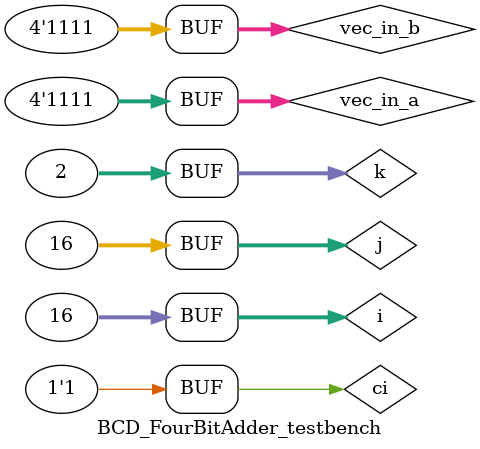
<source format=sv>
module BCD_FourBitAdder(input logic ci,input logic [3:0]vec_in_b,vec_in_a, output logic [3:0]vec_out_s,output logic c_out);
	//logic [3:0]S_out;
	logic [2:0]vec_c_out;
	//input logic ci,b,a, output logic s,c0
	BCD_Adder FA1(ci,vec_in_b[0],vec_in_a[0],vec_out_s[0],vec_c_out[0]);
	BCD_Adder FA2(vec_c_out[0],vec_in_b[1],vec_in_a[1],vec_out_s[1],vec_c_out[1]);
	BCD_Adder FA3(vec_c_out[1],vec_in_b[2],vec_in_a[2],vec_out_s[2],vec_c_out[2]);
	BCD_Adder FA4(vec_c_out[2],vec_in_b[3],vec_in_a[3],vec_out_s[3],c_out);
endmodule

module BCD_FourBitAdder_testbench();
	logic ci,c_out;
	logic [3:0]vec_in_b,vec_in_a,vec_out_s;
    integer i,j,k;

    BCD_FourBitAdder DUT(ci,vec_in_b,vec_in_a,vec_out_s,c_out);
    initial 
    begin
        $display("b:a:ci    s:c0");    
    end

    initial 
    begin
        vec_in_b = 4'h0;vec_in_a = 4'h0;ci = 4'h0;
        for(i = 0; i < 16; i++) begin
            $monitor("%h%h%h       %h%h",vec_in_b,vec_in_a,ci,c_out,vec_out_s);
            vec_in_b = i;#10;
            for(j = 0; j < 16; j++) begin
                $monitor("%h%h%h       %h%h",vec_in_b,vec_in_a,ci,c_out,vec_out_s);
                vec_in_a = j;#10;
                for(k = 0; k < 2; k++) begin
                    $monitor("%h%h%h       %h%h",vec_in_b,vec_in_a,ci,c_out,vec_out_s);
                    ci = k;#10;
                    assert(16 * c_out +  vec_out_s == i + j + k);
                end
            end
        end
    end
endmodule
</source>
